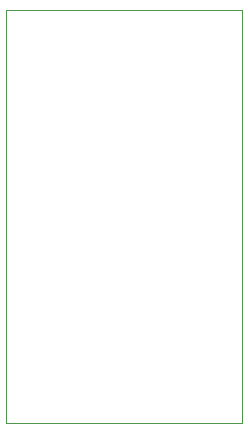
<source format=gbr>
%TF.GenerationSoftware,KiCad,Pcbnew,5.1.9-73d0e3b20d~88~ubuntu18.04.1*%
%TF.CreationDate,2021-03-07T14:56:15+02:00*%
%TF.ProjectId,oskar_optocoupler_carrier_pcb,6f736b61-725f-46f7-9074-6f636f75706c,rev a*%
%TF.SameCoordinates,Original*%
%TF.FileFunction,Profile,NP*%
%FSLAX46Y46*%
G04 Gerber Fmt 4.6, Leading zero omitted, Abs format (unit mm)*
G04 Created by KiCad (PCBNEW 5.1.9-73d0e3b20d~88~ubuntu18.04.1) date 2021-03-07 14:56:15*
%MOMM*%
%LPD*%
G01*
G04 APERTURE LIST*
%TA.AperFunction,Profile*%
%ADD10C,0.050000*%
%TD*%
G04 APERTURE END LIST*
D10*
X137592000Y-77992000D02*
X157592000Y-77992000D01*
X137592000Y-112992000D02*
X137592000Y-77992000D01*
X157592000Y-112992000D02*
X157592000Y-77992000D01*
X137592000Y-112992000D02*
X157592000Y-112992000D01*
M02*

</source>
